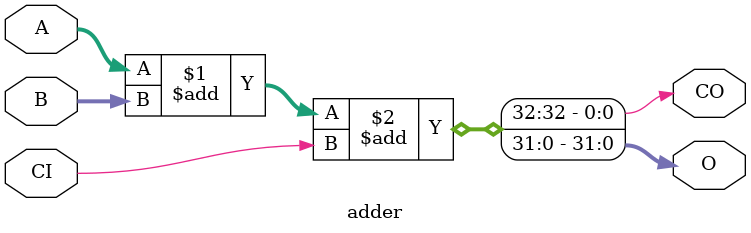
<source format=v>
module adder #(parameter DATA_WIDTH = 32)(
    input [DATA_WIDTH-1:0]A,
    input [DATA_WIDTH-1:0]B,
    input CI,
    output [DATA_WIDTH-1:0]O,
    output CO);

assign {CO, O} = A + B + CI;

endmodule

</source>
